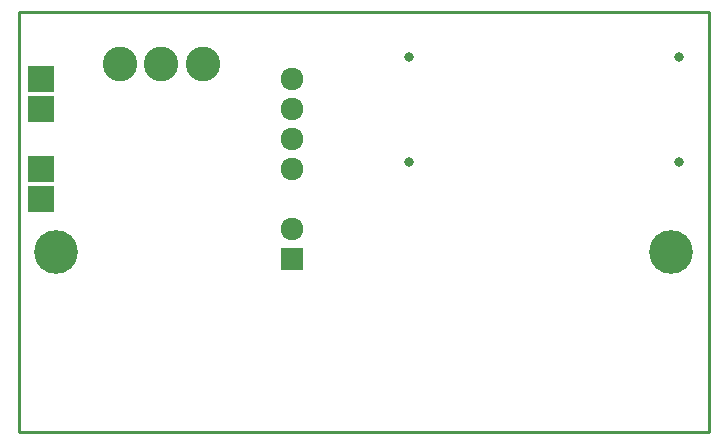
<source format=gbr>
G04 #@! TF.FileFunction,Soldermask,Bot*
%FSLAX46Y46*%
G04 Gerber Fmt 4.6, Leading zero omitted, Abs format (unit mm)*
G04 Created by KiCad (PCBNEW 4.1.0-alpha+201607160317+6981~46~ubuntu14.04.1-product) date Mon Jul 18 13:23:00 2016*
%MOMM*%
%LPD*%
G01*
G04 APERTURE LIST*
%ADD10C,0.100000*%
%ADD11C,0.254000*%
%ADD12C,0.801600*%
%ADD13C,3.700000*%
%ADD14R,2.178000X2.178000*%
%ADD15C,2.940000*%
%ADD16C,1.924000*%
%ADD17R,1.924000X1.924000*%
G04 APERTURE END LIST*
D10*
D11*
X127000000Y-91440000D02*
X127000000Y-127000000D01*
X185420000Y-91440000D02*
X127000000Y-91440000D01*
X185420000Y-127000000D02*
X185420000Y-91440000D01*
X127000000Y-127000000D02*
X185420000Y-127000000D01*
D12*
X160020000Y-104140000D03*
X182880000Y-104140000D03*
X160020000Y-95250000D03*
X182880000Y-95250000D03*
D13*
X130175000Y-111760000D03*
X182245000Y-111760000D03*
D14*
X128905000Y-104775000D03*
X128905000Y-99695000D03*
X128905000Y-97155000D03*
X128905000Y-107315000D03*
D15*
X139065000Y-95885000D03*
X135565000Y-95885000D03*
X142565000Y-95885000D03*
D16*
X150114000Y-99695000D03*
X150114000Y-97155000D03*
X150114000Y-102235000D03*
X150114000Y-104775000D03*
D17*
X150114000Y-112395000D03*
D16*
X150114000Y-109855000D03*
M02*

</source>
